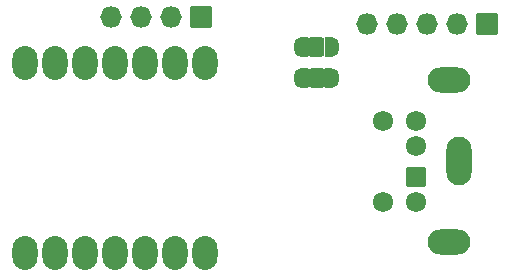
<source format=gbs>
%TF.GenerationSoftware,KiCad,Pcbnew,6.0.7*%
%TF.CreationDate,2022-09-21T21:00:50-05:00*%
%TF.ProjectId,keyboardPCBv2,6b657962-6f61-4726-9450-434276322e6b,rev?*%
%TF.SameCoordinates,Original*%
%TF.FileFunction,Soldermask,Bot*%
%TF.FilePolarity,Negative*%
%FSLAX46Y46*%
G04 Gerber Fmt 4.6, Leading zero omitted, Abs format (unit mm)*
G04 Created by KiCad (PCBNEW 6.0.7) date 2022-09-21 21:00:50*
%MOMM*%
%LPD*%
G01*
G04 APERTURE LIST*
G04 Aperture macros list*
%AMRoundRect*
0 Rectangle with rounded corners*
0 $1 Rounding radius*
0 $2 $3 $4 $5 $6 $7 $8 $9 X,Y pos of 4 corners*
0 Add a 4 corners polygon primitive as box body*
4,1,4,$2,$3,$4,$5,$6,$7,$8,$9,$2,$3,0*
0 Add four circle primitives for the rounded corners*
1,1,$1+$1,$2,$3*
1,1,$1+$1,$4,$5*
1,1,$1+$1,$6,$7*
1,1,$1+$1,$8,$9*
0 Add four rect primitives between the rounded corners*
20,1,$1+$1,$2,$3,$4,$5,0*
20,1,$1+$1,$4,$5,$6,$7,0*
20,1,$1+$1,$6,$7,$8,$9,0*
20,1,$1+$1,$8,$9,$2,$3,0*%
%AMFreePoly0*
4,1,37,0.592426,0.792426,0.610000,0.750000,0.610000,-0.750000,0.592426,-0.792426,0.550000,-0.810000,0.000000,-0.810000,-0.012520,-0.804814,-0.081040,-0.803558,-0.097833,-0.800838,-0.233148,-0.758563,-0.248503,-0.751239,-0.366513,-0.672684,-0.379195,-0.661345,-0.470415,-0.552826,-0.479405,-0.538384,-0.536500,-0.408625,-0.541074,-0.392240,-0.558657,-0.257780,-0.556874,-0.257547,-0.560000,-0.250000,
-0.560000,0.250000,-0.559419,0.251404,-0.559249,0.265340,-0.537438,0.405417,-0.532464,0.421685,-0.472216,0.550010,-0.462876,0.564229,-0.369032,0.670487,-0.356077,0.681513,-0.236182,0.757161,-0.220653,0.764107,-0.084346,0.803064,-0.067491,0.805373,-0.011990,0.805034,0.000000,0.810000,0.550000,0.810000,0.592426,0.792426,0.592426,0.792426,$1*%
%AMFreePoly1*
4,1,37,0.012349,0.804885,0.074271,0.804507,0.091096,0.801992,0.226917,0.761373,0.242360,0.754238,0.361322,0.677131,0.374142,0.665947,0.466680,0.558550,0.475845,0.544219,0.534522,0.415167,0.539297,0.398839,0.559394,0.258506,0.560000,0.250000,0.560000,-0.250000,0.559996,-0.250732,0.559847,-0.262948,0.559019,-0.272170,0.535499,-0.411971,0.530327,-0.428178,0.468515,-0.555757,
0.459003,-0.569860,0.363868,-0.674964,0.350778,-0.685831,0.229968,-0.760008,0.214356,-0.766764,0.077583,-0.804053,0.060701,-0.806156,0.011459,-0.805253,0.000000,-0.810000,-0.550000,-0.810000,-0.592426,-0.792426,-0.610000,-0.750000,-0.610000,0.750000,-0.592426,0.792426,-0.550000,0.810000,0.000000,0.810000,0.012349,0.804885,0.012349,0.804885,$1*%
G04 Aperture macros list end*
%ADD10RoundRect,0.060000X-0.800000X0.800000X-0.800000X-0.800000X0.800000X-0.800000X0.800000X0.800000X0*%
%ADD11C,1.720000*%
%ADD12O,3.620000X2.120000*%
%ADD13O,2.120000X4.120000*%
%ADD14RoundRect,0.060000X0.850000X-0.850000X0.850000X0.850000X-0.850000X0.850000X-0.850000X-0.850000X0*%
%ADD15O,1.820000X1.820000*%
%ADD16FreePoly0,180.000000*%
%ADD17RoundRect,0.060000X0.500000X0.750000X-0.500000X0.750000X-0.500000X-0.750000X0.500000X-0.750000X0*%
%ADD18FreePoly1,180.000000*%
%ADD19FreePoly0,0.000000*%
%ADD20RoundRect,0.060000X-0.500000X-0.750000X0.500000X-0.750000X0.500000X0.750000X-0.500000X0.750000X0*%
%ADD21FreePoly1,0.000000*%
%ADD22O,2.118980X2.868280*%
G04 APERTURE END LIST*
D10*
%TO.C,P1*%
X69932500Y-45500000D03*
D11*
X69932500Y-42900000D03*
X69932500Y-47600000D03*
X69932500Y-40800000D03*
X67132500Y-47600000D03*
X67132500Y-40800000D03*
D12*
X72782500Y-51050000D03*
X72782500Y-37350000D03*
D13*
X73582500Y-44200000D03*
%TD*%
D14*
%TO.C,J1*%
X75932500Y-32575000D03*
D15*
X73392500Y-32575000D03*
X70852500Y-32575000D03*
X68312500Y-32575000D03*
X65772500Y-32575000D03*
%TD*%
D16*
%TO.C,JP1*%
X62832500Y-37157500D03*
D17*
X61532500Y-37157500D03*
D18*
X60232500Y-37157500D03*
%TD*%
D19*
%TO.C,JP2*%
X60200000Y-34500000D03*
D20*
X61500000Y-34500000D03*
D21*
X62800000Y-34500000D03*
%TD*%
D22*
%TO.C,QT_Board1*%
X36814680Y-35833120D03*
X39354680Y-35833120D03*
X41894680Y-35833120D03*
X44434680Y-35833120D03*
X46974680Y-35833120D03*
X49514680Y-35833120D03*
X52054680Y-35833120D03*
X52054680Y-51997680D03*
X49514680Y-51997680D03*
X46974680Y-51997680D03*
X44434680Y-51997680D03*
X41894680Y-51997680D03*
X39354680Y-51997680D03*
X36814680Y-51997680D03*
%TD*%
D14*
%TO.C,Screen1*%
X51732500Y-32000000D03*
D15*
X49192500Y-32000000D03*
X46652500Y-32000000D03*
X44112500Y-32000000D03*
%TD*%
G36*
X62079663Y-36368838D02*
G01*
X62086147Y-36373170D01*
X62155201Y-36394791D01*
X62228866Y-36373161D01*
X62235337Y-36368838D01*
X62237333Y-36368707D01*
X62238444Y-36370370D01*
X62238111Y-36371612D01*
X62228952Y-36385318D01*
X62224500Y-36407699D01*
X62224500Y-37907301D01*
X62228952Y-37929682D01*
X62238111Y-37943388D01*
X62238242Y-37945383D01*
X62236579Y-37946495D01*
X62235337Y-37946162D01*
X62228853Y-37941830D01*
X62159799Y-37920209D01*
X62086134Y-37941839D01*
X62079663Y-37946162D01*
X62077667Y-37946293D01*
X62076556Y-37944630D01*
X62076889Y-37943388D01*
X62086048Y-37929682D01*
X62090500Y-37907301D01*
X62090500Y-36407699D01*
X62086048Y-36385318D01*
X62076889Y-36371612D01*
X62076758Y-36369617D01*
X62078421Y-36368505D01*
X62079663Y-36368838D01*
G37*
G36*
X60829663Y-36368838D02*
G01*
X60836147Y-36373170D01*
X60905201Y-36394791D01*
X60978866Y-36373161D01*
X60985337Y-36368838D01*
X60987333Y-36368707D01*
X60988444Y-36370370D01*
X60988111Y-36371612D01*
X60978952Y-36385318D01*
X60974500Y-36407699D01*
X60974500Y-37907301D01*
X60978952Y-37929682D01*
X60988111Y-37943388D01*
X60988242Y-37945383D01*
X60986579Y-37946495D01*
X60985337Y-37946162D01*
X60978853Y-37941830D01*
X60909799Y-37920209D01*
X60836134Y-37941839D01*
X60829663Y-37946162D01*
X60827667Y-37946293D01*
X60826556Y-37944630D01*
X60826889Y-37943388D01*
X60836048Y-37929682D01*
X60840500Y-37907301D01*
X60840500Y-36407699D01*
X60836048Y-36385318D01*
X60826889Y-36371612D01*
X60826758Y-36369617D01*
X60828421Y-36368505D01*
X60829663Y-36368838D01*
G37*
G36*
X60797163Y-33711338D02*
G01*
X60803647Y-33715670D01*
X60872701Y-33737291D01*
X60946366Y-33715661D01*
X60952837Y-33711338D01*
X60954833Y-33711207D01*
X60955944Y-33712870D01*
X60955611Y-33714112D01*
X60946452Y-33727818D01*
X60942000Y-33750199D01*
X60942000Y-35249801D01*
X60946452Y-35272182D01*
X60955611Y-35285888D01*
X60955742Y-35287883D01*
X60954079Y-35288995D01*
X60952837Y-35288662D01*
X60946353Y-35284330D01*
X60877299Y-35262709D01*
X60803634Y-35284339D01*
X60797163Y-35288662D01*
X60795167Y-35288793D01*
X60794056Y-35287130D01*
X60794389Y-35285888D01*
X60803548Y-35272182D01*
X60808000Y-35249801D01*
X60808000Y-33750199D01*
X60803548Y-33727818D01*
X60794389Y-33714112D01*
X60794258Y-33712117D01*
X60795921Y-33711005D01*
X60797163Y-33711338D01*
G37*
G36*
X62047163Y-33711338D02*
G01*
X62053647Y-33715670D01*
X62122701Y-33737291D01*
X62196366Y-33715661D01*
X62202837Y-33711338D01*
X62204833Y-33711207D01*
X62205944Y-33712870D01*
X62205611Y-33714112D01*
X62196452Y-33727818D01*
X62192000Y-33750199D01*
X62192000Y-35249801D01*
X62196452Y-35272182D01*
X62205611Y-35285888D01*
X62205742Y-35287883D01*
X62204079Y-35288995D01*
X62202837Y-35288662D01*
X62196353Y-35284330D01*
X62127299Y-35262709D01*
X62053634Y-35284339D01*
X62047163Y-35288662D01*
X62045167Y-35288793D01*
X62044056Y-35287130D01*
X62044389Y-35285888D01*
X62053548Y-35272182D01*
X62058000Y-35249801D01*
X62058000Y-33750199D01*
X62053548Y-33727818D01*
X62044389Y-33714112D01*
X62044258Y-33712117D01*
X62045921Y-33711005D01*
X62047163Y-33711338D01*
G37*
M02*

</source>
